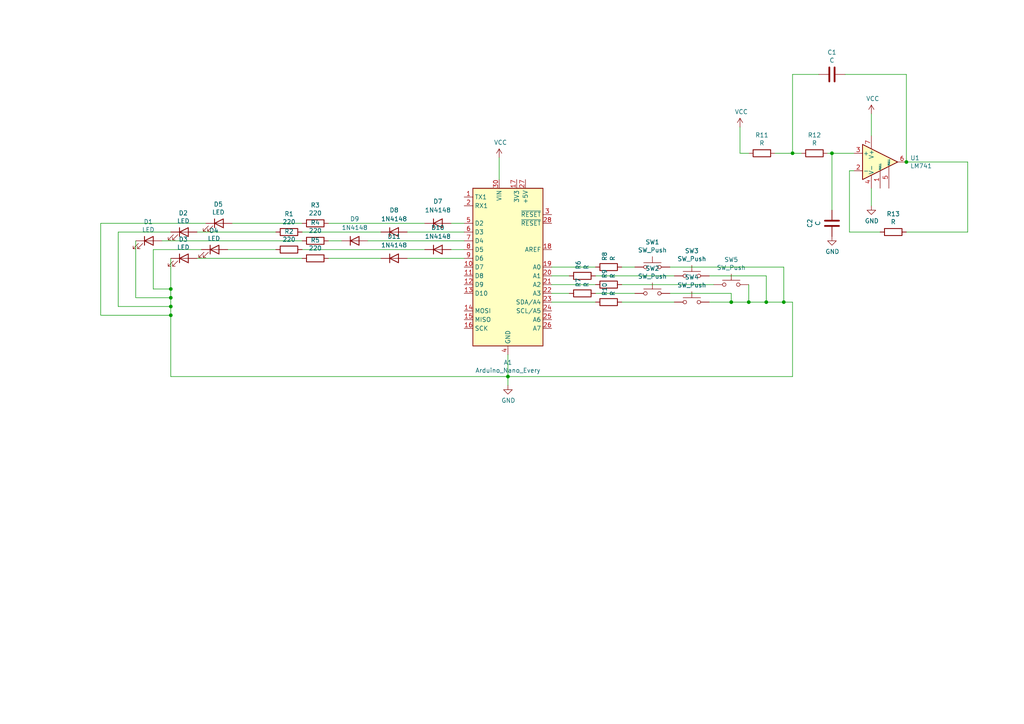
<source format=kicad_sch>
(kicad_sch (version 20230121) (generator eeschema)

  (uuid 4f2796b2-f435-4b7e-b23a-57bb4b5a8134)

  (paper "A4")

  (lib_symbols
    (symbol "Amplifier_Operational:LM741" (pin_names (offset 0.127)) (in_bom yes) (on_board yes)
      (property "Reference" "U" (at 0 6.35 0)
        (effects (font (size 1.27 1.27)) (justify left))
      )
      (property "Value" "LM741" (at 0 3.81 0)
        (effects (font (size 1.27 1.27)) (justify left))
      )
      (property "Footprint" "" (at 1.27 1.27 0)
        (effects (font (size 1.27 1.27)) hide)
      )
      (property "Datasheet" "http://www.ti.com/lit/ds/symlink/lm741.pdf" (at 3.81 3.81 0)
        (effects (font (size 1.27 1.27)) hide)
      )
      (property "ki_keywords" "single opamp" (at 0 0 0)
        (effects (font (size 1.27 1.27)) hide)
      )
      (property "ki_description" "Operational Amplifier, DIP-8/TO-99-8" (at 0 0 0)
        (effects (font (size 1.27 1.27)) hide)
      )
      (property "ki_fp_filters" "SOIC*3.9x4.9mm*P1.27mm* DIP*W7.62mm* TSSOP*3x3mm*P0.65mm*" (at 0 0 0)
        (effects (font (size 1.27 1.27)) hide)
      )
      (symbol "LM741_0_1"
        (polyline
          (pts
            (xy -5.08 5.08)
            (xy 5.08 0)
            (xy -5.08 -5.08)
            (xy -5.08 5.08)
          )
          (stroke (width 0.254) (type default))
          (fill (type background))
        )
      )
      (symbol "LM741_1_1"
        (pin input line (at 0 -7.62 90) (length 5.08)
          (name "NULL" (effects (font (size 0.508 0.508))))
          (number "1" (effects (font (size 1.27 1.27))))
        )
        (pin input line (at -7.62 -2.54 0) (length 2.54)
          (name "-" (effects (font (size 1.27 1.27))))
          (number "2" (effects (font (size 1.27 1.27))))
        )
        (pin input line (at -7.62 2.54 0) (length 2.54)
          (name "+" (effects (font (size 1.27 1.27))))
          (number "3" (effects (font (size 1.27 1.27))))
        )
        (pin power_in line (at -2.54 -7.62 90) (length 3.81)
          (name "V-" (effects (font (size 1.27 1.27))))
          (number "4" (effects (font (size 1.27 1.27))))
        )
        (pin input line (at 2.54 -7.62 90) (length 6.35)
          (name "NULL" (effects (font (size 0.508 0.508))))
          (number "5" (effects (font (size 1.27 1.27))))
        )
        (pin output line (at 7.62 0 180) (length 2.54)
          (name "~" (effects (font (size 1.27 1.27))))
          (number "6" (effects (font (size 1.27 1.27))))
        )
        (pin power_in line (at -2.54 7.62 270) (length 3.81)
          (name "V+" (effects (font (size 1.27 1.27))))
          (number "7" (effects (font (size 1.27 1.27))))
        )
        (pin no_connect line (at 0 2.54 270) (length 2.54) hide
          (name "NC" (effects (font (size 1.27 1.27))))
          (number "8" (effects (font (size 1.27 1.27))))
        )
      )
    )
    (symbol "Device:C" (pin_numbers hide) (pin_names (offset 0.254)) (in_bom yes) (on_board yes)
      (property "Reference" "C" (at 0.635 2.54 0)
        (effects (font (size 1.27 1.27)) (justify left))
      )
      (property "Value" "C" (at 0.635 -2.54 0)
        (effects (font (size 1.27 1.27)) (justify left))
      )
      (property "Footprint" "" (at 0.9652 -3.81 0)
        (effects (font (size 1.27 1.27)) hide)
      )
      (property "Datasheet" "~" (at 0 0 0)
        (effects (font (size 1.27 1.27)) hide)
      )
      (property "ki_keywords" "cap capacitor" (at 0 0 0)
        (effects (font (size 1.27 1.27)) hide)
      )
      (property "ki_description" "Unpolarized capacitor" (at 0 0 0)
        (effects (font (size 1.27 1.27)) hide)
      )
      (property "ki_fp_filters" "C_*" (at 0 0 0)
        (effects (font (size 1.27 1.27)) hide)
      )
      (symbol "C_0_1"
        (polyline
          (pts
            (xy -2.032 -0.762)
            (xy 2.032 -0.762)
          )
          (stroke (width 0.508) (type default))
          (fill (type none))
        )
        (polyline
          (pts
            (xy -2.032 0.762)
            (xy 2.032 0.762)
          )
          (stroke (width 0.508) (type default))
          (fill (type none))
        )
      )
      (symbol "C_1_1"
        (pin passive line (at 0 3.81 270) (length 2.794)
          (name "~" (effects (font (size 1.27 1.27))))
          (number "1" (effects (font (size 1.27 1.27))))
        )
        (pin passive line (at 0 -3.81 90) (length 2.794)
          (name "~" (effects (font (size 1.27 1.27))))
          (number "2" (effects (font (size 1.27 1.27))))
        )
      )
    )
    (symbol "Device:LED" (pin_numbers hide) (pin_names (offset 1.016) hide) (in_bom yes) (on_board yes)
      (property "Reference" "D" (at 0 2.54 0)
        (effects (font (size 1.27 1.27)))
      )
      (property "Value" "LED" (at 0 -2.54 0)
        (effects (font (size 1.27 1.27)))
      )
      (property "Footprint" "" (at 0 0 0)
        (effects (font (size 1.27 1.27)) hide)
      )
      (property "Datasheet" "~" (at 0 0 0)
        (effects (font (size 1.27 1.27)) hide)
      )
      (property "ki_keywords" "LED diode" (at 0 0 0)
        (effects (font (size 1.27 1.27)) hide)
      )
      (property "ki_description" "Light emitting diode" (at 0 0 0)
        (effects (font (size 1.27 1.27)) hide)
      )
      (property "ki_fp_filters" "LED* LED_SMD:* LED_THT:*" (at 0 0 0)
        (effects (font (size 1.27 1.27)) hide)
      )
      (symbol "LED_0_1"
        (polyline
          (pts
            (xy -1.27 -1.27)
            (xy -1.27 1.27)
          )
          (stroke (width 0.254) (type default))
          (fill (type none))
        )
        (polyline
          (pts
            (xy -1.27 0)
            (xy 1.27 0)
          )
          (stroke (width 0) (type default))
          (fill (type none))
        )
        (polyline
          (pts
            (xy 1.27 -1.27)
            (xy 1.27 1.27)
            (xy -1.27 0)
            (xy 1.27 -1.27)
          )
          (stroke (width 0.254) (type default))
          (fill (type none))
        )
        (polyline
          (pts
            (xy -3.048 -0.762)
            (xy -4.572 -2.286)
            (xy -3.81 -2.286)
            (xy -4.572 -2.286)
            (xy -4.572 -1.524)
          )
          (stroke (width 0) (type default))
          (fill (type none))
        )
        (polyline
          (pts
            (xy -1.778 -0.762)
            (xy -3.302 -2.286)
            (xy -2.54 -2.286)
            (xy -3.302 -2.286)
            (xy -3.302 -1.524)
          )
          (stroke (width 0) (type default))
          (fill (type none))
        )
      )
      (symbol "LED_1_1"
        (pin passive line (at -3.81 0 0) (length 2.54)
          (name "K" (effects (font (size 1.27 1.27))))
          (number "1" (effects (font (size 1.27 1.27))))
        )
        (pin passive line (at 3.81 0 180) (length 2.54)
          (name "A" (effects (font (size 1.27 1.27))))
          (number "2" (effects (font (size 1.27 1.27))))
        )
      )
    )
    (symbol "Device:R" (pin_numbers hide) (pin_names (offset 0)) (in_bom yes) (on_board yes)
      (property "Reference" "R" (at 2.032 0 90)
        (effects (font (size 1.27 1.27)))
      )
      (property "Value" "R" (at 0 0 90)
        (effects (font (size 1.27 1.27)))
      )
      (property "Footprint" "" (at -1.778 0 90)
        (effects (font (size 1.27 1.27)) hide)
      )
      (property "Datasheet" "~" (at 0 0 0)
        (effects (font (size 1.27 1.27)) hide)
      )
      (property "ki_keywords" "R res resistor" (at 0 0 0)
        (effects (font (size 1.27 1.27)) hide)
      )
      (property "ki_description" "Resistor" (at 0 0 0)
        (effects (font (size 1.27 1.27)) hide)
      )
      (property "ki_fp_filters" "R_*" (at 0 0 0)
        (effects (font (size 1.27 1.27)) hide)
      )
      (symbol "R_0_1"
        (rectangle (start -1.016 -2.54) (end 1.016 2.54)
          (stroke (width 0.254) (type default))
          (fill (type none))
        )
      )
      (symbol "R_1_1"
        (pin passive line (at 0 3.81 270) (length 1.27)
          (name "~" (effects (font (size 1.27 1.27))))
          (number "1" (effects (font (size 1.27 1.27))))
        )
        (pin passive line (at 0 -3.81 90) (length 1.27)
          (name "~" (effects (font (size 1.27 1.27))))
          (number "2" (effects (font (size 1.27 1.27))))
        )
      )
    )
    (symbol "Diode:1N4148" (pin_numbers hide) (pin_names hide) (in_bom yes) (on_board yes)
      (property "Reference" "D" (at 0 2.54 0)
        (effects (font (size 1.27 1.27)))
      )
      (property "Value" "1N4148" (at 0 -2.54 0)
        (effects (font (size 1.27 1.27)))
      )
      (property "Footprint" "Diode_THT:D_DO-35_SOD27_P7.62mm_Horizontal" (at 0 0 0)
        (effects (font (size 1.27 1.27)) hide)
      )
      (property "Datasheet" "https://assets.nexperia.com/documents/data-sheet/1N4148_1N4448.pdf" (at 0 0 0)
        (effects (font (size 1.27 1.27)) hide)
      )
      (property "Sim.Device" "D" (at 0 0 0)
        (effects (font (size 1.27 1.27)) hide)
      )
      (property "Sim.Pins" "1=K 2=A" (at 0 0 0)
        (effects (font (size 1.27 1.27)) hide)
      )
      (property "ki_keywords" "diode" (at 0 0 0)
        (effects (font (size 1.27 1.27)) hide)
      )
      (property "ki_description" "100V 0.15A standard switching diode, DO-35" (at 0 0 0)
        (effects (font (size 1.27 1.27)) hide)
      )
      (property "ki_fp_filters" "D*DO?35*" (at 0 0 0)
        (effects (font (size 1.27 1.27)) hide)
      )
      (symbol "1N4148_0_1"
        (polyline
          (pts
            (xy -1.27 1.27)
            (xy -1.27 -1.27)
          )
          (stroke (width 0.254) (type default))
          (fill (type none))
        )
        (polyline
          (pts
            (xy 1.27 0)
            (xy -1.27 0)
          )
          (stroke (width 0) (type default))
          (fill (type none))
        )
        (polyline
          (pts
            (xy 1.27 1.27)
            (xy 1.27 -1.27)
            (xy -1.27 0)
            (xy 1.27 1.27)
          )
          (stroke (width 0.254) (type default))
          (fill (type none))
        )
      )
      (symbol "1N4148_1_1"
        (pin passive line (at -3.81 0 0) (length 2.54)
          (name "K" (effects (font (size 1.27 1.27))))
          (number "1" (effects (font (size 1.27 1.27))))
        )
        (pin passive line (at 3.81 0 180) (length 2.54)
          (name "A" (effects (font (size 1.27 1.27))))
          (number "2" (effects (font (size 1.27 1.27))))
        )
      )
    )
    (symbol "MCU_Module:Arduino_Nano_Every" (in_bom yes) (on_board yes)
      (property "Reference" "A" (at -10.16 23.495 0)
        (effects (font (size 1.27 1.27)) (justify left bottom))
      )
      (property "Value" "Arduino_Nano_Every" (at 5.08 -24.13 0)
        (effects (font (size 1.27 1.27)) (justify left top))
      )
      (property "Footprint" "Module:Arduino_Nano" (at 0 0 0)
        (effects (font (size 1.27 1.27) italic) hide)
      )
      (property "Datasheet" "https://content.arduino.cc/assets/NANOEveryV3.0_sch.pdf" (at 0 0 0)
        (effects (font (size 1.27 1.27)) hide)
      )
      (property "ki_keywords" "Arduino nano microcontroller module USB UPDI AATMega4809 AVR" (at 0 0 0)
        (effects (font (size 1.27 1.27)) hide)
      )
      (property "ki_description" "Arduino Nano Every" (at 0 0 0)
        (effects (font (size 1.27 1.27)) hide)
      )
      (property "ki_fp_filters" "Arduino*Nano*" (at 0 0 0)
        (effects (font (size 1.27 1.27)) hide)
      )
      (symbol "Arduino_Nano_Every_0_1"
        (rectangle (start -10.16 22.86) (end 10.16 -22.86)
          (stroke (width 0.254) (type default))
          (fill (type background))
        )
      )
      (symbol "Arduino_Nano_Every_1_1"
        (pin bidirectional line (at -12.7 20.32 0) (length 2.54)
          (name "TX1" (effects (font (size 1.27 1.27))))
          (number "1" (effects (font (size 1.27 1.27))))
        )
        (pin bidirectional line (at -12.7 0 0) (length 2.54)
          (name "D7" (effects (font (size 1.27 1.27))))
          (number "10" (effects (font (size 1.27 1.27))))
        )
        (pin bidirectional line (at -12.7 -2.54 0) (length 2.54)
          (name "D8" (effects (font (size 1.27 1.27))))
          (number "11" (effects (font (size 1.27 1.27))))
        )
        (pin bidirectional line (at -12.7 -5.08 0) (length 2.54)
          (name "D9" (effects (font (size 1.27 1.27))))
          (number "12" (effects (font (size 1.27 1.27))))
        )
        (pin bidirectional line (at -12.7 -7.62 0) (length 2.54)
          (name "D10" (effects (font (size 1.27 1.27))))
          (number "13" (effects (font (size 1.27 1.27))))
        )
        (pin bidirectional line (at -12.7 -12.7 0) (length 2.54)
          (name "MOSI" (effects (font (size 1.27 1.27))))
          (number "14" (effects (font (size 1.27 1.27))))
        )
        (pin bidirectional line (at -12.7 -15.24 0) (length 2.54)
          (name "MISO" (effects (font (size 1.27 1.27))))
          (number "15" (effects (font (size 1.27 1.27))))
        )
        (pin bidirectional line (at -12.7 -17.78 0) (length 2.54)
          (name "SCK" (effects (font (size 1.27 1.27))))
          (number "16" (effects (font (size 1.27 1.27))))
        )
        (pin power_out line (at 2.54 25.4 270) (length 2.54)
          (name "3V3" (effects (font (size 1.27 1.27))))
          (number "17" (effects (font (size 1.27 1.27))))
        )
        (pin input line (at 12.7 5.08 180) (length 2.54)
          (name "AREF" (effects (font (size 1.27 1.27))))
          (number "18" (effects (font (size 1.27 1.27))))
        )
        (pin bidirectional line (at 12.7 0 180) (length 2.54)
          (name "A0" (effects (font (size 1.27 1.27))))
          (number "19" (effects (font (size 1.27 1.27))))
        )
        (pin bidirectional line (at -12.7 17.78 0) (length 2.54)
          (name "RX1" (effects (font (size 1.27 1.27))))
          (number "2" (effects (font (size 1.27 1.27))))
        )
        (pin bidirectional line (at 12.7 -2.54 180) (length 2.54)
          (name "A1" (effects (font (size 1.27 1.27))))
          (number "20" (effects (font (size 1.27 1.27))))
        )
        (pin bidirectional line (at 12.7 -5.08 180) (length 2.54)
          (name "A2" (effects (font (size 1.27 1.27))))
          (number "21" (effects (font (size 1.27 1.27))))
        )
        (pin bidirectional line (at 12.7 -7.62 180) (length 2.54)
          (name "A3" (effects (font (size 1.27 1.27))))
          (number "22" (effects (font (size 1.27 1.27))))
        )
        (pin bidirectional line (at 12.7 -10.16 180) (length 2.54)
          (name "SDA/A4" (effects (font (size 1.27 1.27))))
          (number "23" (effects (font (size 1.27 1.27))))
        )
        (pin bidirectional line (at 12.7 -12.7 180) (length 2.54)
          (name "SCL/A5" (effects (font (size 1.27 1.27))))
          (number "24" (effects (font (size 1.27 1.27))))
        )
        (pin bidirectional line (at 12.7 -15.24 180) (length 2.54)
          (name "A6" (effects (font (size 1.27 1.27))))
          (number "25" (effects (font (size 1.27 1.27))))
        )
        (pin bidirectional line (at 12.7 -17.78 180) (length 2.54)
          (name "A7" (effects (font (size 1.27 1.27))))
          (number "26" (effects (font (size 1.27 1.27))))
        )
        (pin power_out line (at 5.08 25.4 270) (length 2.54)
          (name "+5V" (effects (font (size 1.27 1.27))))
          (number "27" (effects (font (size 1.27 1.27))))
        )
        (pin input line (at 12.7 12.7 180) (length 2.54)
          (name "~{RESET}" (effects (font (size 1.27 1.27))))
          (number "28" (effects (font (size 1.27 1.27))))
        )
        (pin passive line (at 0 -25.4 90) (length 2.54) hide
          (name "GND" (effects (font (size 1.27 1.27))))
          (number "29" (effects (font (size 1.27 1.27))))
        )
        (pin input line (at 12.7 15.24 180) (length 2.54)
          (name "~{RESET}" (effects (font (size 1.27 1.27))))
          (number "3" (effects (font (size 1.27 1.27))))
        )
        (pin power_in line (at -2.54 25.4 270) (length 2.54)
          (name "VIN" (effects (font (size 1.27 1.27))))
          (number "30" (effects (font (size 1.27 1.27))))
        )
        (pin power_in line (at 0 -25.4 90) (length 2.54)
          (name "GND" (effects (font (size 1.27 1.27))))
          (number "4" (effects (font (size 1.27 1.27))))
        )
        (pin bidirectional line (at -12.7 12.7 0) (length 2.54)
          (name "D2" (effects (font (size 1.27 1.27))))
          (number "5" (effects (font (size 1.27 1.27))))
        )
        (pin bidirectional line (at -12.7 10.16 0) (length 2.54)
          (name "D3" (effects (font (size 1.27 1.27))))
          (number "6" (effects (font (size 1.27 1.27))))
        )
        (pin bidirectional line (at -12.7 7.62 0) (length 2.54)
          (name "D4" (effects (font (size 1.27 1.27))))
          (number "7" (effects (font (size 1.27 1.27))))
        )
        (pin bidirectional line (at -12.7 5.08 0) (length 2.54)
          (name "D5" (effects (font (size 1.27 1.27))))
          (number "8" (effects (font (size 1.27 1.27))))
        )
        (pin bidirectional line (at -12.7 2.54 0) (length 2.54)
          (name "D6" (effects (font (size 1.27 1.27))))
          (number "9" (effects (font (size 1.27 1.27))))
        )
      )
    )
    (symbol "Switch:SW_Push" (pin_numbers hide) (pin_names (offset 1.016) hide) (in_bom yes) (on_board yes)
      (property "Reference" "SW" (at 1.27 2.54 0)
        (effects (font (size 1.27 1.27)) (justify left))
      )
      (property "Value" "SW_Push" (at 0 -1.524 0)
        (effects (font (size 1.27 1.27)))
      )
      (property "Footprint" "" (at 0 5.08 0)
        (effects (font (size 1.27 1.27)) hide)
      )
      (property "Datasheet" "~" (at 0 5.08 0)
        (effects (font (size 1.27 1.27)) hide)
      )
      (property "ki_keywords" "switch normally-open pushbutton push-button" (at 0 0 0)
        (effects (font (size 1.27 1.27)) hide)
      )
      (property "ki_description" "Push button switch, generic, two pins" (at 0 0 0)
        (effects (font (size 1.27 1.27)) hide)
      )
      (symbol "SW_Push_0_1"
        (circle (center -2.032 0) (radius 0.508)
          (stroke (width 0) (type default))
          (fill (type none))
        )
        (polyline
          (pts
            (xy 0 1.27)
            (xy 0 3.048)
          )
          (stroke (width 0) (type default))
          (fill (type none))
        )
        (polyline
          (pts
            (xy 2.54 1.27)
            (xy -2.54 1.27)
          )
          (stroke (width 0) (type default))
          (fill (type none))
        )
        (circle (center 2.032 0) (radius 0.508)
          (stroke (width 0) (type default))
          (fill (type none))
        )
        (pin passive line (at -5.08 0 0) (length 2.54)
          (name "1" (effects (font (size 1.27 1.27))))
          (number "1" (effects (font (size 1.27 1.27))))
        )
        (pin passive line (at 5.08 0 180) (length 2.54)
          (name "2" (effects (font (size 1.27 1.27))))
          (number "2" (effects (font (size 1.27 1.27))))
        )
      )
    )
    (symbol "power:GND" (power) (pin_names (offset 0)) (in_bom yes) (on_board yes)
      (property "Reference" "#PWR" (at 0 -6.35 0)
        (effects (font (size 1.27 1.27)) hide)
      )
      (property "Value" "GND" (at 0 -3.81 0)
        (effects (font (size 1.27 1.27)))
      )
      (property "Footprint" "" (at 0 0 0)
        (effects (font (size 1.27 1.27)) hide)
      )
      (property "Datasheet" "" (at 0 0 0)
        (effects (font (size 1.27 1.27)) hide)
      )
      (property "ki_keywords" "global power" (at 0 0 0)
        (effects (font (size 1.27 1.27)) hide)
      )
      (property "ki_description" "Power symbol creates a global label with name \"GND\" , ground" (at 0 0 0)
        (effects (font (size 1.27 1.27)) hide)
      )
      (symbol "GND_0_1"
        (polyline
          (pts
            (xy 0 0)
            (xy 0 -1.27)
            (xy 1.27 -1.27)
            (xy 0 -2.54)
            (xy -1.27 -1.27)
            (xy 0 -1.27)
          )
          (stroke (width 0) (type default))
          (fill (type none))
        )
      )
      (symbol "GND_1_1"
        (pin power_in line (at 0 0 270) (length 0) hide
          (name "GND" (effects (font (size 1.27 1.27))))
          (number "1" (effects (font (size 1.27 1.27))))
        )
      )
    )
    (symbol "power:VCC" (power) (pin_names (offset 0)) (in_bom yes) (on_board yes)
      (property "Reference" "#PWR" (at 0 -3.81 0)
        (effects (font (size 1.27 1.27)) hide)
      )
      (property "Value" "VCC" (at 0 3.81 0)
        (effects (font (size 1.27 1.27)))
      )
      (property "Footprint" "" (at 0 0 0)
        (effects (font (size 1.27 1.27)) hide)
      )
      (property "Datasheet" "" (at 0 0 0)
        (effects (font (size 1.27 1.27)) hide)
      )
      (property "ki_keywords" "global power" (at 0 0 0)
        (effects (font (size 1.27 1.27)) hide)
      )
      (property "ki_description" "Power symbol creates a global label with name \"VCC\"" (at 0 0 0)
        (effects (font (size 1.27 1.27)) hide)
      )
      (symbol "VCC_0_1"
        (polyline
          (pts
            (xy -0.762 1.27)
            (xy 0 2.54)
          )
          (stroke (width 0) (type default))
          (fill (type none))
        )
        (polyline
          (pts
            (xy 0 0)
            (xy 0 2.54)
          )
          (stroke (width 0) (type default))
          (fill (type none))
        )
        (polyline
          (pts
            (xy 0 2.54)
            (xy 0.762 1.27)
          )
          (stroke (width 0) (type default))
          (fill (type none))
        )
      )
      (symbol "VCC_1_1"
        (pin power_in line (at 0 0 90) (length 0) hide
          (name "VCC" (effects (font (size 1.27 1.27))))
          (number "1" (effects (font (size 1.27 1.27))))
        )
      )
    )
  )

  (junction (at 212.09 87.63) (diameter 0) (color 0 0 0 0)
    (uuid 012395d9-e5a3-4bc6-a1f6-f41a982fa29e)
  )
  (junction (at 217.17 87.63) (diameter 0) (color 0 0 0 0)
    (uuid 24e3df96-0f92-4875-9539-721c237e3041)
  )
  (junction (at 49.53 88.9) (diameter 0) (color 0 0 0 0)
    (uuid 283d548c-6e17-4e78-8fd1-ce148dbaf251)
  )
  (junction (at 229.87 44.45) (diameter 0) (color 0 0 0 0)
    (uuid 575bcf24-0d5f-43d8-90ee-95064efce368)
  )
  (junction (at 49.53 91.44) (diameter 0) (color 0 0 0 0)
    (uuid 5a5a9718-abcc-4d72-8a37-11047b9ed037)
  )
  (junction (at 222.25 87.63) (diameter 0) (color 0 0 0 0)
    (uuid 60ba895d-ef64-4326-b6a0-58d0b74e9c53)
  )
  (junction (at 49.53 83.82) (diameter 0) (color 0 0 0 0)
    (uuid 6c298071-77c3-4020-81af-dc2c5dabeb22)
  )
  (junction (at 262.89 46.99) (diameter 0) (color 0 0 0 0)
    (uuid 89e7a14e-ec81-423e-b9ad-968962507f3a)
  )
  (junction (at 241.3 44.45) (diameter 0) (color 0 0 0 0)
    (uuid 9d2f4a52-ca69-4633-a75e-d571da169fe6)
  )
  (junction (at 147.32 109.22) (diameter 0) (color 0 0 0 0)
    (uuid be872390-8800-42dd-9581-a388ee49aeeb)
  )
  (junction (at 227.33 87.63) (diameter 0) (color 0 0 0 0)
    (uuid da5e2a09-30d2-4fe1-b8a5-b2861532190e)
  )
  (junction (at 49.53 86.36) (diameter 0) (color 0 0 0 0)
    (uuid f637a8df-4fea-427d-85e1-dd80c02fc6a1)
  )

  (wire (pts (xy 227.33 87.63) (xy 229.87 87.63))
    (stroke (width 0) (type default))
    (uuid 03a4b35c-7b0f-46d5-aa4d-8354838430a7)
  )
  (wire (pts (xy 29.21 91.44) (xy 49.53 91.44))
    (stroke (width 0) (type default))
    (uuid 06db51f3-5549-41ad-baba-97396be4f1fb)
  )
  (wire (pts (xy 246.38 49.53) (xy 246.38 67.31))
    (stroke (width 0) (type default))
    (uuid 0c06b841-d5f3-48cf-8bee-b0147f0c2c12)
  )
  (wire (pts (xy 49.53 83.82) (xy 49.53 86.36))
    (stroke (width 0) (type default))
    (uuid 122f92ef-7b70-46de-8676-5d609620583f)
  )
  (wire (pts (xy 57.15 67.31) (xy 80.01 67.31))
    (stroke (width 0) (type default))
    (uuid 12bcfa27-3b72-4669-9321-388cdded9ac1)
  )
  (wire (pts (xy 49.53 88.9) (xy 49.53 91.44))
    (stroke (width 0) (type default))
    (uuid 178398a8-c19c-4e4c-a503-6475f8263ce6)
  )
  (wire (pts (xy 34.29 88.9) (xy 49.53 88.9))
    (stroke (width 0) (type default))
    (uuid 17983f5d-4c8e-4798-a9d8-1b553f62c661)
  )
  (wire (pts (xy 29.21 64.77) (xy 29.21 91.44))
    (stroke (width 0) (type default))
    (uuid 19a80661-638e-4481-b91b-dad825874fa7)
  )
  (wire (pts (xy 49.53 91.44) (xy 49.53 109.22))
    (stroke (width 0) (type default))
    (uuid 1f2b7bb0-ee4a-4dc1-aaad-f545a12d6c32)
  )
  (wire (pts (xy 39.37 86.36) (xy 49.53 86.36))
    (stroke (width 0) (type default))
    (uuid 28645702-a124-4e7f-84cf-c633ea4f4797)
  )
  (wire (pts (xy 217.17 82.55) (xy 217.17 87.63))
    (stroke (width 0) (type default))
    (uuid 2f496d19-967a-4e93-8179-d852243ad481)
  )
  (wire (pts (xy 87.63 72.39) (xy 123.19 72.39))
    (stroke (width 0) (type default))
    (uuid 3370a902-c70e-4c4c-89a8-c1f2084fa366)
  )
  (wire (pts (xy 49.53 74.93) (xy 49.53 83.82))
    (stroke (width 0) (type default))
    (uuid 3a7f2cee-f2d5-4488-977b-ae8275110887)
  )
  (wire (pts (xy 262.89 21.59) (xy 262.89 46.99))
    (stroke (width 0) (type default))
    (uuid 3b7348d3-10c7-46b9-9208-94947b44b291)
  )
  (wire (pts (xy 34.29 67.31) (xy 34.29 88.9))
    (stroke (width 0) (type default))
    (uuid 4977a128-6ed4-4318-8e34-d4c1d640c94f)
  )
  (wire (pts (xy 106.68 69.85) (xy 134.62 69.85))
    (stroke (width 0) (type default))
    (uuid 49864979-99ee-400e-8922-95b61bbda6c4)
  )
  (wire (pts (xy 184.15 85.09) (xy 172.72 85.09))
    (stroke (width 0) (type default))
    (uuid 4e32c944-fd2b-4db7-a458-660c5690fa9e)
  )
  (wire (pts (xy 212.09 87.63) (xy 217.17 87.63))
    (stroke (width 0) (type default))
    (uuid 4f5fe770-458b-458d-9154-23b905c5f1e1)
  )
  (wire (pts (xy 46.99 69.85) (xy 87.63 69.85))
    (stroke (width 0) (type default))
    (uuid 4f668dac-bb3d-45f9-8bd0-d7b6e3403de7)
  )
  (wire (pts (xy 237.49 21.59) (xy 229.87 21.59))
    (stroke (width 0) (type default))
    (uuid 5037d943-e50a-4e57-b7cd-bc2f47ddc9d5)
  )
  (wire (pts (xy 87.63 64.77) (xy 67.31 64.77))
    (stroke (width 0) (type default))
    (uuid 53222240-4792-4c0f-aa06-18a9dcf0b0bd)
  )
  (wire (pts (xy 241.3 60.96) (xy 241.3 44.45))
    (stroke (width 0) (type default))
    (uuid 5339b0c7-4365-4807-a599-7ed3840e6ad7)
  )
  (wire (pts (xy 212.09 85.09) (xy 212.09 87.63))
    (stroke (width 0) (type default))
    (uuid 54e0a2ae-7c3b-431c-9444-3a652a8ab751)
  )
  (wire (pts (xy 180.34 77.47) (xy 184.15 77.47))
    (stroke (width 0) (type default))
    (uuid 55d22bec-2225-4674-bee0-de3ad0138979)
  )
  (wire (pts (xy 217.17 44.45) (xy 214.63 44.45))
    (stroke (width 0) (type default))
    (uuid 5728ff17-def8-4ea3-91b8-26e107a72e13)
  )
  (wire (pts (xy 144.78 52.07) (xy 144.78 45.72))
    (stroke (width 0) (type default))
    (uuid 57402f64-b351-4c16-94e1-5f5586427988)
  )
  (wire (pts (xy 147.32 109.22) (xy 147.32 102.87))
    (stroke (width 0) (type default))
    (uuid 578c01ca-ac6b-4f57-b684-9d61c7393e93)
  )
  (wire (pts (xy 252.73 54.61) (xy 252.73 59.69))
    (stroke (width 0) (type default))
    (uuid 5b0ab482-7f0f-4b93-9874-a994a103140a)
  )
  (wire (pts (xy 205.74 80.01) (xy 222.25 80.01))
    (stroke (width 0) (type default))
    (uuid 5b762ed2-7b76-41ad-a556-6888fea8dbac)
  )
  (wire (pts (xy 229.87 44.45) (xy 232.41 44.45))
    (stroke (width 0) (type default))
    (uuid 5bf357af-9b37-4b4c-ab01-eb208d060c3a)
  )
  (wire (pts (xy 160.02 87.63) (xy 172.72 87.63))
    (stroke (width 0) (type default))
    (uuid 5c68b01f-3e5e-4f19-8792-fc3369c689f3)
  )
  (wire (pts (xy 227.33 77.47) (xy 227.33 87.63))
    (stroke (width 0) (type default))
    (uuid 5c695039-b56d-40c5-b285-792de67ec892)
  )
  (wire (pts (xy 229.87 109.22) (xy 147.32 109.22))
    (stroke (width 0) (type default))
    (uuid 6041beca-9f21-4312-a415-19932f277fd9)
  )
  (wire (pts (xy 222.25 87.63) (xy 227.33 87.63))
    (stroke (width 0) (type default))
    (uuid 671f1770-d10a-436f-b514-9a335c0c663c)
  )
  (wire (pts (xy 252.73 39.37) (xy 252.73 33.02))
    (stroke (width 0) (type default))
    (uuid 69930792-5157-431b-b36e-f9df3fbafae9)
  )
  (wire (pts (xy 49.53 86.36) (xy 49.53 88.9))
    (stroke (width 0) (type default))
    (uuid 6ccb92e4-1fb5-46e0-8821-6c196c6b8713)
  )
  (wire (pts (xy 44.45 72.39) (xy 58.42 72.39))
    (stroke (width 0) (type default))
    (uuid 6ea59d4c-191c-4a9e-ae5d-265debb4d5db)
  )
  (wire (pts (xy 57.15 74.93) (xy 87.63 74.93))
    (stroke (width 0) (type default))
    (uuid 710e02a1-a6c3-4afa-81c8-cf4c6ca50c26)
  )
  (wire (pts (xy 217.17 87.63) (xy 222.25 87.63))
    (stroke (width 0) (type default))
    (uuid 782a98b8-506e-42de-846f-ebdaafd70b6d)
  )
  (wire (pts (xy 180.34 87.63) (xy 195.58 87.63))
    (stroke (width 0) (type default))
    (uuid 7a60135c-d637-47d4-b272-9888732e695b)
  )
  (wire (pts (xy 95.25 64.77) (xy 123.19 64.77))
    (stroke (width 0) (type default))
    (uuid 7ee170d1-533d-4e65-b2d7-62db50f649a4)
  )
  (wire (pts (xy 229.87 87.63) (xy 229.87 109.22))
    (stroke (width 0) (type default))
    (uuid 7f5383d4-f98d-4f08-8e9c-8a8223e2a1d6)
  )
  (wire (pts (xy 44.45 83.82) (xy 49.53 83.82))
    (stroke (width 0) (type default))
    (uuid 81a33c6b-e8c8-4bb0-b74b-f80837db1821)
  )
  (wire (pts (xy 280.67 67.31) (xy 280.67 46.99))
    (stroke (width 0) (type default))
    (uuid 831b1df1-bf1f-43e6-91aa-bd8833cdfe06)
  )
  (wire (pts (xy 224.79 44.45) (xy 229.87 44.45))
    (stroke (width 0) (type default))
    (uuid 839464ae-0c7b-4643-9e77-02ec8a40b6dc)
  )
  (wire (pts (xy 118.11 67.31) (xy 134.62 67.31))
    (stroke (width 0) (type default))
    (uuid 87150e17-390a-478d-9027-0d269f24096c)
  )
  (wire (pts (xy 80.01 72.39) (xy 66.04 72.39))
    (stroke (width 0) (type default))
    (uuid 8908e142-c91d-4a41-b773-b457a1c85714)
  )
  (wire (pts (xy 195.58 80.01) (xy 172.72 80.01))
    (stroke (width 0) (type default))
    (uuid 9273130e-db1b-4939-b605-8450542e7b87)
  )
  (wire (pts (xy 245.11 21.59) (xy 262.89 21.59))
    (stroke (width 0) (type default))
    (uuid 98d07c89-992f-41fc-897a-48181bd9249c)
  )
  (wire (pts (xy 280.67 46.99) (xy 262.89 46.99))
    (stroke (width 0) (type default))
    (uuid 9b88a54b-3b3d-42c9-9b87-76c2968745e4)
  )
  (wire (pts (xy 118.11 74.93) (xy 134.62 74.93))
    (stroke (width 0) (type default))
    (uuid 9eb9441c-efe2-49f0-8dee-12ff63468c1e)
  )
  (wire (pts (xy 241.3 44.45) (xy 247.65 44.45))
    (stroke (width 0) (type default))
    (uuid a1d7034f-57e4-4d79-91cf-3eac81e8d95d)
  )
  (wire (pts (xy 99.06 69.85) (xy 95.25 69.85))
    (stroke (width 0) (type default))
    (uuid a2fb4411-6d3b-45f5-800b-a1a893204e9f)
  )
  (wire (pts (xy 222.25 80.01) (xy 222.25 87.63))
    (stroke (width 0) (type default))
    (uuid abadcb84-1cbf-4ae6-bc94-db7c7314124e)
  )
  (wire (pts (xy 165.1 80.01) (xy 160.02 80.01))
    (stroke (width 0) (type default))
    (uuid b120e2b5-2aaa-4135-aa49-05bbe8e1d910)
  )
  (wire (pts (xy 130.81 72.39) (xy 134.62 72.39))
    (stroke (width 0) (type default))
    (uuid b1741cb0-8660-415b-8071-94ecb6018a27)
  )
  (wire (pts (xy 214.63 44.45) (xy 214.63 36.83))
    (stroke (width 0) (type default))
    (uuid b76c21ac-16db-4740-a81e-daa62977fe08)
  )
  (wire (pts (xy 44.45 72.39) (xy 44.45 83.82))
    (stroke (width 0) (type default))
    (uuid b8df6eb5-c95e-4af5-9d7f-b8e13275f65a)
  )
  (wire (pts (xy 95.25 74.93) (xy 110.49 74.93))
    (stroke (width 0) (type default))
    (uuid b8e30c7d-d1ac-473c-85e6-af09c4dd656a)
  )
  (wire (pts (xy 262.89 67.31) (xy 280.67 67.31))
    (stroke (width 0) (type default))
    (uuid bac80566-0e79-4493-9eae-7b5853d90555)
  )
  (wire (pts (xy 180.34 82.55) (xy 207.01 82.55))
    (stroke (width 0) (type default))
    (uuid bc7e9aa2-3119-4d8f-a025-c86d0d60f6d3)
  )
  (wire (pts (xy 172.72 77.47) (xy 160.02 77.47))
    (stroke (width 0) (type default))
    (uuid c06786c5-8cb5-4874-b26d-4c10ffc2f278)
  )
  (wire (pts (xy 110.49 67.31) (xy 87.63 67.31))
    (stroke (width 0) (type default))
    (uuid ca006b1d-7225-4f0c-bf99-c84ca3352423)
  )
  (wire (pts (xy 246.38 67.31) (xy 255.27 67.31))
    (stroke (width 0) (type default))
    (uuid d2536578-bd6b-4505-8940-08686f3d80cd)
  )
  (wire (pts (xy 229.87 21.59) (xy 229.87 44.45))
    (stroke (width 0) (type default))
    (uuid d2ebae8e-1bd0-415c-9c5d-3df1e1811091)
  )
  (wire (pts (xy 172.72 82.55) (xy 160.02 82.55))
    (stroke (width 0) (type default))
    (uuid d51392ec-2764-49c2-91ea-1b3c571726e4)
  )
  (wire (pts (xy 194.31 77.47) (xy 227.33 77.47))
    (stroke (width 0) (type default))
    (uuid d5c81d2f-7a35-46d8-9553-f53d2a387246)
  )
  (wire (pts (xy 247.65 49.53) (xy 246.38 49.53))
    (stroke (width 0) (type default))
    (uuid d8a2c516-fa87-4d5a-8c1f-4b585eedbcc2)
  )
  (wire (pts (xy 39.37 69.85) (xy 39.37 86.36))
    (stroke (width 0) (type default))
    (uuid d99551ef-5b56-4b79-b937-300201660802)
  )
  (wire (pts (xy 165.1 85.09) (xy 160.02 85.09))
    (stroke (width 0) (type default))
    (uuid d9cb5e77-4a43-4fe6-bebb-a0838a829d60)
  )
  (wire (pts (xy 240.03 44.45) (xy 241.3 44.45))
    (stroke (width 0) (type default))
    (uuid dd5149ad-1326-4c3a-ade5-851c469734f9)
  )
  (wire (pts (xy 205.74 87.63) (xy 212.09 87.63))
    (stroke (width 0) (type default))
    (uuid eba9e85d-f54f-4f71-9710-8bd950e5fb33)
  )
  (wire (pts (xy 147.32 109.22) (xy 147.32 111.76))
    (stroke (width 0) (type default))
    (uuid efb62d2f-a2e4-4c78-8904-fdc40a3cf772)
  )
  (wire (pts (xy 49.53 67.31) (xy 34.29 67.31))
    (stroke (width 0) (type default))
    (uuid f1e00dfa-a83e-413c-baa6-13b6bf6eca32)
  )
  (wire (pts (xy 59.69 64.77) (xy 29.21 64.77))
    (stroke (width 0) (type default))
    (uuid f27a70f9-32d5-40c1-b7e8-ab8ad2965eba)
  )
  (wire (pts (xy 130.81 64.77) (xy 134.62 64.77))
    (stroke (width 0) (type default))
    (uuid f2c28362-5307-4e65-82ed-d17e9e75b24b)
  )
  (wire (pts (xy 194.31 85.09) (xy 212.09 85.09))
    (stroke (width 0) (type default))
    (uuid f3c1cac4-331f-4f4a-aa38-fcff07d755ba)
  )
  (wire (pts (xy 49.53 109.22) (xy 147.32 109.22))
    (stroke (width 0) (type default))
    (uuid f792cb7c-b38e-4a96-9e84-5641a0f0e64d)
  )

  (symbol (lib_id "MCU_Module:Arduino_Nano_Every") (at 147.32 77.47 0) (unit 1)
    (in_bom yes) (on_board yes) (dnp no)
    (uuid 00000000-0000-0000-0000-00006472795a)
    (property "Reference" "A1" (at 147.32 105.1306 0)
      (effects (font (size 1.27 1.27)))
    )
    (property "Value" "Arduino_Nano_Every" (at 147.32 107.442 0)
      (effects (font (size 1.27 1.27)))
    )
    (property "Footprint" "Module:Arduino_Nano_WithMountingHoles" (at 147.32 77.47 0)
      (effects (font (size 1.27 1.27) italic) hide)
    )
    (property "Datasheet" "https://content.arduino.cc/assets/NANOEveryV3.0_sch.pdf" (at 147.32 77.47 0)
      (effects (font (size 1.27 1.27)) hide)
    )
    (pin "1" (uuid 1b3a2554-ef8f-4c94-a970-5c1d82ab66eb))
    (pin "10" (uuid 5cf792e5-0b64-477f-b77d-aef59d4ea9e7))
    (pin "11" (uuid 7451a002-26a3-4b07-ac75-3039fce7c3e7))
    (pin "12" (uuid dab1d238-ebde-4ed2-a873-6f1e587e96e1))
    (pin "13" (uuid 0e25779a-75bb-473b-bd6e-8ee597e3efe6))
    (pin "14" (uuid 4f818b7c-2f65-43dc-8827-20b1b531aae6))
    (pin "15" (uuid 588357a4-e33d-4f7d-9bc3-50e2a02d6905))
    (pin "16" (uuid 75253fe8-5e11-4ec8-9332-282b7ae3e29d))
    (pin "17" (uuid 7ccad006-d2e8-4cc1-94c1-8a2eb14ff6a4))
    (pin "18" (uuid 132714d7-e520-4266-b2ad-b1eeeff6fc7e))
    (pin "19" (uuid f1ed08c0-abb3-47f9-af48-c0895cce68ef))
    (pin "2" (uuid 5707313b-3e28-40b6-accd-e111bbea2602))
    (pin "20" (uuid 4d0bca98-8fb5-4158-a609-79f2cf0b2df6))
    (pin "21" (uuid a45fd4b9-6ae4-46e9-822e-8ee16d4e4b89))
    (pin "22" (uuid 7795f8f7-bf34-492e-bab0-d3d91971d4d5))
    (pin "23" (uuid 0b346481-576e-400f-b07f-f342262414b3))
    (pin "24" (uuid f61481bc-4662-4731-b218-3d08dc0697cc))
    (pin "25" (uuid fb3a11b8-7fa9-44a5-b1f0-27bbfe0d2edc))
    (pin "26" (uuid eed68a49-ca3d-45b0-999e-d89ea0242d2b))
    (pin "27" (uuid a6279e5b-f5f6-4f0a-b9aa-fdf2c463d314))
    (pin "28" (uuid 51e09697-8199-4877-b912-196ee2852898))
    (pin "29" (uuid 81304ec6-630d-4ce4-a051-a753e28fc012))
    (pin "3" (uuid dfcdbfd8-ea14-4ffb-97c3-33a71c6e858b))
    (pin "30" (uuid 8b0b7405-d9ce-4747-a6fd-7e52370127da))
    (pin "4" (uuid 1519420b-ccee-49e4-b7d4-859aab1b3f43))
    (pin "5" (uuid 6f4ba4f6-cb5e-47dc-9104-4b857f1b6f0e))
    (pin "6" (uuid 1bbd1865-7bb8-40a8-b3f1-b5cb8ebfd6d0))
    (pin "7" (uuid 9a4d2c32-5d38-471e-a721-c0c73170783b))
    (pin "8" (uuid 361038a2-7c4a-48f6-8f8b-71b6f1e046aa))
    (pin "9" (uuid bada4cff-7f62-4c74-bd07-553e4dca0620))
    (instances
      (project "led"
        (path "/4f2796b2-f435-4b7e-b23a-57bb4b5a8134"
          (reference "A1") (unit 1)
        )
      )
    )
  )

  (symbol (lib_id "Amplifier_Operational:LM741") (at 255.27 46.99 0) (unit 1)
    (in_bom yes) (on_board yes) (dnp no)
    (uuid 00000000-0000-0000-0000-000064728789)
    (property "Reference" "U1" (at 264.0076 45.8216 0)
      (effects (font (size 1.27 1.27)) (justify left))
    )
    (property "Value" "LM741" (at 264.0076 48.133 0)
      (effects (font (size 1.27 1.27)) (justify left))
    )
    (property "Footprint" "Package_DIP:DIP-8-16_W7.62mm" (at 256.54 45.72 0)
      (effects (font (size 1.27 1.27)) hide)
    )
    (property "Datasheet" "http://www.ti.com/lit/ds/symlink/lm741.pdf" (at 259.08 43.18 0)
      (effects (font (size 1.27 1.27)) hide)
    )
    (pin "1" (uuid 16b03b27-e57a-4f2c-809c-d42f6e915299))
    (pin "2" (uuid 7a46f0d6-6310-466e-b410-e664010f0027))
    (pin "3" (uuid c9b2b6b3-7dc7-4f44-88bd-47af43979369))
    (pin "4" (uuid 88aa0bd4-e424-4809-8914-c45f30120597))
    (pin "5" (uuid 84b1a6e0-b191-4ff1-bdbb-ec8b89d92609))
    (pin "6" (uuid bbde0e02-cb42-4b0e-ba87-acf3118607c6))
    (pin "7" (uuid 954b0295-69d3-4f23-9c3a-4ab24c20d7c0))
    (pin "8" (uuid ce0a3897-59de-4331-a4a1-bf1c417d7819))
    (instances
      (project "led"
        (path "/4f2796b2-f435-4b7e-b23a-57bb4b5a8134"
          (reference "U1") (unit 1)
        )
      )
    )
  )

  (symbol (lib_id "Device:LED") (at 63.5 64.77 0) (unit 1)
    (in_bom yes) (on_board yes) (dnp no)
    (uuid 00000000-0000-0000-0000-00006473de2c)
    (property "Reference" "D5" (at 63.3222 59.2582 0)
      (effects (font (size 1.27 1.27)))
    )
    (property "Value" "LED" (at 63.3222 61.5696 0)
      (effects (font (size 1.27 1.27)))
    )
    (property "Footprint" "LED_THT:LED_D3.0mm_FlatTop" (at 63.5 64.77 0)
      (effects (font (size 1.27 1.27)) hide)
    )
    (property "Datasheet" "~" (at 63.5 64.77 0)
      (effects (font (size 1.27 1.27)) hide)
    )
    (pin "1" (uuid b70444ee-a6f1-48a7-a477-3297de882de6))
    (pin "2" (uuid d291274a-ce7f-43fe-baeb-12f1f2d0df06))
    (instances
      (project "led"
        (path "/4f2796b2-f435-4b7e-b23a-57bb4b5a8134"
          (reference "D5") (unit 1)
        )
      )
    )
  )

  (symbol (lib_id "Switch:SW_Push") (at 189.23 77.47 0) (unit 1)
    (in_bom yes) (on_board yes) (dnp no)
    (uuid 00000000-0000-0000-0000-00006474085b)
    (property "Reference" "SW1" (at 189.23 70.231 0)
      (effects (font (size 1.27 1.27)))
    )
    (property "Value" "SW_Push" (at 189.23 72.5424 0)
      (effects (font (size 1.27 1.27)))
    )
    (property "Footprint" "Button_Switch_THT:KSA_Tactile_SPST" (at 189.23 72.39 0)
      (effects (font (size 1.27 1.27)) hide)
    )
    (property "Datasheet" "~" (at 189.23 72.39 0)
      (effects (font (size 1.27 1.27)) hide)
    )
    (pin "1" (uuid 625c4d15-7b7f-4985-8443-fa626c33a540))
    (pin "2" (uuid a139cb88-6833-4a5c-8ba8-3e0dfd976b0f))
    (instances
      (project "led"
        (path "/4f2796b2-f435-4b7e-b23a-57bb4b5a8134"
          (reference "SW1") (unit 1)
        )
      )
    )
  )

  (symbol (lib_id "power:GND") (at 252.73 59.69 0) (unit 1)
    (in_bom yes) (on_board yes) (dnp no)
    (uuid 00000000-0000-0000-0000-000064747584)
    (property "Reference" "#PWR0101" (at 252.73 66.04 0)
      (effects (font (size 1.27 1.27)) hide)
    )
    (property "Value" "GND" (at 252.857 64.0842 0)
      (effects (font (size 1.27 1.27)))
    )
    (property "Footprint" "" (at 252.73 59.69 0)
      (effects (font (size 1.27 1.27)) hide)
    )
    (property "Datasheet" "" (at 252.73 59.69 0)
      (effects (font (size 1.27 1.27)) hide)
    )
    (pin "1" (uuid 073caa74-50b7-4210-a738-b005fcb9df0a))
    (instances
      (project "led"
        (path "/4f2796b2-f435-4b7e-b23a-57bb4b5a8134"
          (reference "#PWR0101") (unit 1)
        )
      )
    )
  )

  (symbol (lib_id "power:GND") (at 147.32 111.76 0) (unit 1)
    (in_bom yes) (on_board yes) (dnp no)
    (uuid 00000000-0000-0000-0000-000064747d39)
    (property "Reference" "#PWR0102" (at 147.32 118.11 0)
      (effects (font (size 1.27 1.27)) hide)
    )
    (property "Value" "GND" (at 147.447 116.1542 0)
      (effects (font (size 1.27 1.27)))
    )
    (property "Footprint" "" (at 147.32 111.76 0)
      (effects (font (size 1.27 1.27)) hide)
    )
    (property "Datasheet" "" (at 147.32 111.76 0)
      (effects (font (size 1.27 1.27)) hide)
    )
    (pin "1" (uuid 8554f8ae-3379-4ef9-995c-1242c9543b6c))
    (instances
      (project "led"
        (path "/4f2796b2-f435-4b7e-b23a-57bb4b5a8134"
          (reference "#PWR0102") (unit 1)
        )
      )
    )
  )

  (symbol (lib_id "power:VCC") (at 144.78 45.72 0) (unit 1)
    (in_bom yes) (on_board yes) (dnp no)
    (uuid 00000000-0000-0000-0000-00006474a2b9)
    (property "Reference" "#PWR0104" (at 144.78 49.53 0)
      (effects (font (size 1.27 1.27)) hide)
    )
    (property "Value" "VCC" (at 145.161 41.3258 0)
      (effects (font (size 1.27 1.27)))
    )
    (property "Footprint" "" (at 144.78 45.72 0)
      (effects (font (size 1.27 1.27)) hide)
    )
    (property "Datasheet" "" (at 144.78 45.72 0)
      (effects (font (size 1.27 1.27)) hide)
    )
    (pin "1" (uuid d5b79690-037f-42f3-8cbf-ceba04d9ac4c))
    (instances
      (project "led"
        (path "/4f2796b2-f435-4b7e-b23a-57bb4b5a8134"
          (reference "#PWR0104") (unit 1)
        )
      )
    )
  )

  (symbol (lib_id "power:VCC") (at 252.73 33.02 0) (unit 1)
    (in_bom yes) (on_board yes) (dnp no)
    (uuid 00000000-0000-0000-0000-00006474ac9b)
    (property "Reference" "#PWR0103" (at 252.73 36.83 0)
      (effects (font (size 1.27 1.27)) hide)
    )
    (property "Value" "VCC" (at 253.111 28.6258 0)
      (effects (font (size 1.27 1.27)))
    )
    (property "Footprint" "" (at 252.73 33.02 0)
      (effects (font (size 1.27 1.27)) hide)
    )
    (property "Datasheet" "" (at 252.73 33.02 0)
      (effects (font (size 1.27 1.27)) hide)
    )
    (pin "1" (uuid c00eef8a-65dc-445b-ae60-20e377f2cb8d))
    (instances
      (project "led"
        (path "/4f2796b2-f435-4b7e-b23a-57bb4b5a8134"
          (reference "#PWR0103") (unit 1)
        )
      )
    )
  )

  (symbol (lib_id "Device:LED") (at 53.34 67.31 0) (unit 1)
    (in_bom yes) (on_board yes) (dnp no)
    (uuid 00000000-0000-0000-0000-0000647604ac)
    (property "Reference" "D2" (at 53.1622 61.7982 0)
      (effects (font (size 1.27 1.27)))
    )
    (property "Value" "LED" (at 53.1622 64.1096 0)
      (effects (font (size 1.27 1.27)))
    )
    (property "Footprint" "LED_THT:LED_D3.0mm_FlatTop" (at 53.34 67.31 0)
      (effects (font (size 1.27 1.27)) hide)
    )
    (property "Datasheet" "~" (at 53.34 67.31 0)
      (effects (font (size 1.27 1.27)) hide)
    )
    (pin "1" (uuid b38006a4-d3c1-4f5b-91f1-88e71204586a))
    (pin "2" (uuid 1c716a7c-fbe6-4a6e-b212-a517838257cc))
    (instances
      (project "led"
        (path "/4f2796b2-f435-4b7e-b23a-57bb4b5a8134"
          (reference "D2") (unit 1)
        )
      )
    )
  )

  (symbol (lib_id "Device:LED") (at 43.18 69.85 0) (unit 1)
    (in_bom yes) (on_board yes) (dnp no)
    (uuid 00000000-0000-0000-0000-000064760f8c)
    (property "Reference" "D1" (at 43.0022 64.3382 0)
      (effects (font (size 1.27 1.27)))
    )
    (property "Value" "LED" (at 43.0022 66.6496 0)
      (effects (font (size 1.27 1.27)))
    )
    (property "Footprint" "LED_THT:LED_D3.0mm_FlatTop" (at 43.18 69.85 0)
      (effects (font (size 1.27 1.27)) hide)
    )
    (property "Datasheet" "~" (at 43.18 69.85 0)
      (effects (font (size 1.27 1.27)) hide)
    )
    (pin "1" (uuid da995a8e-bf96-4130-950a-1317a5a8b6b4))
    (pin "2" (uuid b8cb773c-ae16-4b02-9fbe-7b6e1bfe38f5))
    (instances
      (project "led"
        (path "/4f2796b2-f435-4b7e-b23a-57bb4b5a8134"
          (reference "D1") (unit 1)
        )
      )
    )
  )

  (symbol (lib_id "Device:LED") (at 62.23 72.39 0) (unit 1)
    (in_bom yes) (on_board yes) (dnp no)
    (uuid 00000000-0000-0000-0000-0000647611fb)
    (property "Reference" "D4" (at 62.0522 66.8782 0)
      (effects (font (size 1.27 1.27)))
    )
    (property "Value" "LED" (at 62.0522 69.1896 0)
      (effects (font (size 1.27 1.27)))
    )
    (property "Footprint" "LED_THT:LED_D3.0mm_FlatTop" (at 62.23 72.39 0)
      (effects (font (size 1.27 1.27)) hide)
    )
    (property "Datasheet" "~" (at 62.23 72.39 0)
      (effects (font (size 1.27 1.27)) hide)
    )
    (pin "1" (uuid be3b7a6d-1a8a-4b4f-a096-5017e99090c0))
    (pin "2" (uuid 4c2b9b99-9c58-4ed4-9ed0-362ce0a9d357))
    (instances
      (project "led"
        (path "/4f2796b2-f435-4b7e-b23a-57bb4b5a8134"
          (reference "D4") (unit 1)
        )
      )
    )
  )

  (symbol (lib_id "Device:LED") (at 53.34 74.93 0) (unit 1)
    (in_bom yes) (on_board yes) (dnp no)
    (uuid 00000000-0000-0000-0000-000064761674)
    (property "Reference" "D3" (at 53.1622 69.4182 0)
      (effects (font (size 1.27 1.27)))
    )
    (property "Value" "LED" (at 53.1622 71.7296 0)
      (effects (font (size 1.27 1.27)))
    )
    (property "Footprint" "LED_THT:LED_D3.0mm_FlatTop" (at 53.34 74.93 0)
      (effects (font (size 1.27 1.27)) hide)
    )
    (property "Datasheet" "~" (at 53.34 74.93 0)
      (effects (font (size 1.27 1.27)) hide)
    )
    (pin "1" (uuid c42da11c-b912-4968-b272-abd808d1296a))
    (pin "2" (uuid b036c96a-3cdd-4734-bb53-d6051cae6dfa))
    (instances
      (project "led"
        (path "/4f2796b2-f435-4b7e-b23a-57bb4b5a8134"
          (reference "D3") (unit 1)
        )
      )
    )
  )

  (symbol (lib_id "Device:R") (at 236.22 44.45 270) (unit 1)
    (in_bom yes) (on_board yes) (dnp no)
    (uuid 00000000-0000-0000-0000-00006476b0f1)
    (property "Reference" "R12" (at 236.22 39.1922 90)
      (effects (font (size 1.27 1.27)))
    )
    (property "Value" "R" (at 236.22 41.5036 90)
      (effects (font (size 1.27 1.27)))
    )
    (property "Footprint" "Resistor_THT:R_Axial_DIN0204_L3.6mm_D1.6mm_P5.08mm_Horizontal" (at 236.22 42.672 90)
      (effects (font (size 1.27 1.27)) hide)
    )
    (property "Datasheet" "~" (at 236.22 44.45 0)
      (effects (font (size 1.27 1.27)) hide)
    )
    (pin "1" (uuid 35a9a56f-e54e-4094-a150-1a6df1882a80))
    (pin "2" (uuid 8e31a064-d8e4-4a84-8c28-b471935ab8bf))
    (instances
      (project "led"
        (path "/4f2796b2-f435-4b7e-b23a-57bb4b5a8134"
          (reference "R12") (unit 1)
        )
      )
    )
  )

  (symbol (lib_id "Device:R") (at 220.98 44.45 270) (unit 1)
    (in_bom yes) (on_board yes) (dnp no)
    (uuid 00000000-0000-0000-0000-00006476be8a)
    (property "Reference" "R11" (at 220.98 39.1922 90)
      (effects (font (size 1.27 1.27)))
    )
    (property "Value" "R" (at 220.98 41.5036 90)
      (effects (font (size 1.27 1.27)))
    )
    (property "Footprint" "Resistor_THT:R_Axial_DIN0204_L3.6mm_D1.6mm_P5.08mm_Horizontal" (at 220.98 42.672 90)
      (effects (font (size 1.27 1.27)) hide)
    )
    (property "Datasheet" "~" (at 220.98 44.45 0)
      (effects (font (size 1.27 1.27)) hide)
    )
    (pin "1" (uuid f8979e8a-055b-409c-a943-c8a3d542447e))
    (pin "2" (uuid 0cf0ae15-c6ef-41a3-a621-163f8d93e0e4))
    (instances
      (project "led"
        (path "/4f2796b2-f435-4b7e-b23a-57bb4b5a8134"
          (reference "R11") (unit 1)
        )
      )
    )
  )

  (symbol (lib_id "Device:C") (at 241.3 21.59 270) (unit 1)
    (in_bom yes) (on_board yes) (dnp no)
    (uuid 00000000-0000-0000-0000-00006476c9c7)
    (property "Reference" "C1" (at 241.3 15.1892 90)
      (effects (font (size 1.27 1.27)))
    )
    (property "Value" "C" (at 241.3 17.5006 90)
      (effects (font (size 1.27 1.27)))
    )
    (property "Footprint" "Capacitor_THT:CP_Axial_L10.0mm_D4.5mm_P15.00mm_Horizontal" (at 237.49 22.5552 0)
      (effects (font (size 1.27 1.27)) hide)
    )
    (property "Datasheet" "~" (at 241.3 21.59 0)
      (effects (font (size 1.27 1.27)) hide)
    )
    (pin "1" (uuid e056c4e5-b81e-47d9-b25b-04d9e53f34e6))
    (pin "2" (uuid becec719-7101-4b88-a002-cc15d182f45f))
    (instances
      (project "led"
        (path "/4f2796b2-f435-4b7e-b23a-57bb4b5a8134"
          (reference "C1") (unit 1)
        )
      )
    )
  )

  (symbol (lib_id "Device:C") (at 241.3 64.77 0) (unit 1)
    (in_bom yes) (on_board yes) (dnp no)
    (uuid 00000000-0000-0000-0000-00006476d563)
    (property "Reference" "C2" (at 234.8992 64.77 90)
      (effects (font (size 1.27 1.27)))
    )
    (property "Value" "C" (at 237.2106 64.77 90)
      (effects (font (size 1.27 1.27)))
    )
    (property "Footprint" "Capacitor_THT:CP_Axial_L10.0mm_D4.5mm_P15.00mm_Horizontal" (at 242.2652 68.58 0)
      (effects (font (size 1.27 1.27)) hide)
    )
    (property "Datasheet" "~" (at 241.3 64.77 0)
      (effects (font (size 1.27 1.27)) hide)
    )
    (pin "1" (uuid 5e70dc27-a201-4288-8505-71fa15861fd5))
    (pin "2" (uuid f35f152e-6eb9-4ce3-9457-7810fffdfe69))
    (instances
      (project "led"
        (path "/4f2796b2-f435-4b7e-b23a-57bb4b5a8134"
          (reference "C2") (unit 1)
        )
      )
    )
  )

  (symbol (lib_id "power:GND") (at 241.3 68.58 0) (unit 1)
    (in_bom yes) (on_board yes) (dnp no)
    (uuid 00000000-0000-0000-0000-0000647714a3)
    (property "Reference" "#PWR0105" (at 241.3 74.93 0)
      (effects (font (size 1.27 1.27)) hide)
    )
    (property "Value" "GND" (at 241.427 72.9742 0)
      (effects (font (size 1.27 1.27)))
    )
    (property "Footprint" "" (at 241.3 68.58 0)
      (effects (font (size 1.27 1.27)) hide)
    )
    (property "Datasheet" "" (at 241.3 68.58 0)
      (effects (font (size 1.27 1.27)) hide)
    )
    (pin "1" (uuid 0869f6bf-b7f4-439c-ba3d-0573a101096d))
    (instances
      (project "led"
        (path "/4f2796b2-f435-4b7e-b23a-57bb4b5a8134"
          (reference "#PWR0105") (unit 1)
        )
      )
    )
  )

  (symbol (lib_id "Device:R") (at 259.08 67.31 270) (unit 1)
    (in_bom yes) (on_board yes) (dnp no)
    (uuid 00000000-0000-0000-0000-000064774a25)
    (property "Reference" "R13" (at 259.08 62.0522 90)
      (effects (font (size 1.27 1.27)))
    )
    (property "Value" "R" (at 259.08 64.3636 90)
      (effects (font (size 1.27 1.27)))
    )
    (property "Footprint" "Resistor_THT:R_Axial_DIN0204_L3.6mm_D1.6mm_P5.08mm_Horizontal" (at 259.08 65.532 90)
      (effects (font (size 1.27 1.27)) hide)
    )
    (property "Datasheet" "~" (at 259.08 67.31 0)
      (effects (font (size 1.27 1.27)) hide)
    )
    (pin "1" (uuid 54c385a9-f3fc-4134-92ac-4a24efa0657c))
    (pin "2" (uuid e8f6aed1-223c-4156-88e6-f8cfbe3e0ce5))
    (instances
      (project "led"
        (path "/4f2796b2-f435-4b7e-b23a-57bb4b5a8134"
          (reference "R13") (unit 1)
        )
      )
    )
  )

  (symbol (lib_id "power:VCC") (at 214.63 36.83 0) (unit 1)
    (in_bom yes) (on_board yes) (dnp no)
    (uuid 00000000-0000-0000-0000-000064778de3)
    (property "Reference" "#PWR0106" (at 214.63 40.64 0)
      (effects (font (size 1.27 1.27)) hide)
    )
    (property "Value" "VCC" (at 215.011 32.4358 0)
      (effects (font (size 1.27 1.27)))
    )
    (property "Footprint" "" (at 214.63 36.83 0)
      (effects (font (size 1.27 1.27)) hide)
    )
    (property "Datasheet" "" (at 214.63 36.83 0)
      (effects (font (size 1.27 1.27)) hide)
    )
    (pin "1" (uuid a829e3d8-2df7-4cc6-8ce8-c8d4c5ea2dc6))
    (instances
      (project "led"
        (path "/4f2796b2-f435-4b7e-b23a-57bb4b5a8134"
          (reference "#PWR0106") (unit 1)
        )
      )
    )
  )

  (symbol (lib_id "Device:R") (at 91.44 64.77 90) (unit 1)
    (in_bom yes) (on_board yes) (dnp no)
    (uuid 00000000-0000-0000-0000-0000647bb526)
    (property "Reference" "R3" (at 91.44 59.5122 90)
      (effects (font (size 1.27 1.27)))
    )
    (property "Value" "220" (at 91.44 61.8236 90)
      (effects (font (size 1.27 1.27)))
    )
    (property "Footprint" "Resistor_THT:R_Axial_DIN0204_L3.6mm_D1.6mm_P5.08mm_Horizontal" (at 91.44 66.548 90)
      (effects (font (size 1.27 1.27)) hide)
    )
    (property "Datasheet" "~" (at 91.44 64.77 0)
      (effects (font (size 1.27 1.27)) hide)
    )
    (pin "1" (uuid 5c050eb0-5884-453a-a64f-4ffdf4c38896))
    (pin "2" (uuid f530c4a1-9869-4dc0-a252-7120f89e487c))
    (instances
      (project "led"
        (path "/4f2796b2-f435-4b7e-b23a-57bb4b5a8134"
          (reference "R3") (unit 1)
        )
      )
    )
  )

  (symbol (lib_id "Device:R") (at 83.82 67.31 90) (unit 1)
    (in_bom yes) (on_board yes) (dnp no)
    (uuid 00000000-0000-0000-0000-0000647bb52c)
    (property "Reference" "R1" (at 83.82 62.0522 90)
      (effects (font (size 1.27 1.27)))
    )
    (property "Value" "220" (at 83.82 64.3636 90)
      (effects (font (size 1.27 1.27)))
    )
    (property "Footprint" "Resistor_THT:R_Axial_DIN0204_L3.6mm_D1.6mm_P5.08mm_Horizontal" (at 83.82 69.088 90)
      (effects (font (size 1.27 1.27)) hide)
    )
    (property "Datasheet" "~" (at 83.82 67.31 0)
      (effects (font (size 1.27 1.27)) hide)
    )
    (pin "1" (uuid 60b9f94f-d408-4e63-b364-8853dc55ef88))
    (pin "2" (uuid d54eb90b-0521-41da-9774-d299372d801e))
    (instances
      (project "led"
        (path "/4f2796b2-f435-4b7e-b23a-57bb4b5a8134"
          (reference "R1") (unit 1)
        )
      )
    )
  )

  (symbol (lib_id "Device:R") (at 83.82 72.39 90) (unit 1)
    (in_bom yes) (on_board yes) (dnp no)
    (uuid 00000000-0000-0000-0000-0000647bb532)
    (property "Reference" "R2" (at 83.82 67.1322 90)
      (effects (font (size 1.27 1.27)))
    )
    (property "Value" "220" (at 83.82 69.4436 90)
      (effects (font (size 1.27 1.27)))
    )
    (property "Footprint" "Resistor_THT:R_Axial_DIN0204_L3.6mm_D1.6mm_P5.08mm_Horizontal" (at 83.82 74.168 90)
      (effects (font (size 1.27 1.27)) hide)
    )
    (property "Datasheet" "~" (at 83.82 72.39 0)
      (effects (font (size 1.27 1.27)) hide)
    )
    (pin "1" (uuid 13ff9516-cd5c-45f0-a81b-96f231004410))
    (pin "2" (uuid bca03ae8-ea52-40a9-aa6c-ead647614102))
    (instances
      (project "led"
        (path "/4f2796b2-f435-4b7e-b23a-57bb4b5a8134"
          (reference "R2") (unit 1)
        )
      )
    )
  )

  (symbol (lib_id "Device:R") (at 91.44 74.93 90) (unit 1)
    (in_bom yes) (on_board yes) (dnp no)
    (uuid 00000000-0000-0000-0000-0000647bb538)
    (property "Reference" "R5" (at 91.44 69.6722 90)
      (effects (font (size 1.27 1.27)))
    )
    (property "Value" "220" (at 91.44 71.9836 90)
      (effects (font (size 1.27 1.27)))
    )
    (property "Footprint" "Resistor_THT:R_Axial_DIN0204_L3.6mm_D1.6mm_P5.08mm_Horizontal" (at 91.44 76.708 90)
      (effects (font (size 1.27 1.27)) hide)
    )
    (property "Datasheet" "~" (at 91.44 74.93 0)
      (effects (font (size 1.27 1.27)) hide)
    )
    (pin "1" (uuid 9f31d9c8-3022-472c-b30a-c4535125a26f))
    (pin "2" (uuid ebdcc4f3-8890-4f44-b0c6-8fa07254bd74))
    (instances
      (project "led"
        (path "/4f2796b2-f435-4b7e-b23a-57bb4b5a8134"
          (reference "R5") (unit 1)
        )
      )
    )
  )

  (symbol (lib_id "Device:R") (at 91.44 69.85 90) (unit 1)
    (in_bom yes) (on_board yes) (dnp no)
    (uuid 00000000-0000-0000-0000-0000647bb53e)
    (property "Reference" "R4" (at 91.44 64.5922 90)
      (effects (font (size 1.27 1.27)))
    )
    (property "Value" "220" (at 91.44 66.9036 90)
      (effects (font (size 1.27 1.27)))
    )
    (property "Footprint" "Resistor_THT:R_Axial_DIN0204_L3.6mm_D1.6mm_P5.08mm_Horizontal" (at 91.44 71.628 90)
      (effects (font (size 1.27 1.27)) hide)
    )
    (property "Datasheet" "~" (at 91.44 69.85 0)
      (effects (font (size 1.27 1.27)) hide)
    )
    (pin "1" (uuid 48762a05-3033-4a3b-9c2a-47a517b074b3))
    (pin "2" (uuid bd303f09-6ea6-48ee-a0f6-12c36089f1dd))
    (instances
      (project "led"
        (path "/4f2796b2-f435-4b7e-b23a-57bb4b5a8134"
          (reference "R4") (unit 1)
        )
      )
    )
  )

  (symbol (lib_id "Device:R") (at 176.53 77.47 90) (unit 1)
    (in_bom yes) (on_board yes) (dnp no)
    (uuid 00000000-0000-0000-0000-0000647e59db)
    (property "Reference" "R8" (at 175.3616 75.692 0)
      (effects (font (size 1.27 1.27)) (justify left))
    )
    (property "Value" "R" (at 177.673 75.692 0)
      (effects (font (size 1.27 1.27)) (justify left))
    )
    (property "Footprint" "Resistor_THT:R_Axial_DIN0204_L3.6mm_D1.6mm_P5.08mm_Horizontal" (at 176.53 79.248 90)
      (effects (font (size 1.27 1.27)) hide)
    )
    (property "Datasheet" "~" (at 176.53 77.47 0)
      (effects (font (size 1.27 1.27)) hide)
    )
    (pin "1" (uuid a677c9b3-979f-428f-ade4-6e7162694d33))
    (pin "2" (uuid e0c8117f-d1e4-4438-95b7-a271ffc58836))
    (instances
      (project "led"
        (path "/4f2796b2-f435-4b7e-b23a-57bb4b5a8134"
          (reference "R8") (unit 1)
        )
      )
    )
  )

  (symbol (lib_id "Device:R") (at 168.91 80.01 90) (unit 1)
    (in_bom yes) (on_board yes) (dnp no)
    (uuid 00000000-0000-0000-0000-0000647e59e1)
    (property "Reference" "R6" (at 167.7416 78.232 0)
      (effects (font (size 1.27 1.27)) (justify left))
    )
    (property "Value" "R" (at 170.053 78.232 0)
      (effects (font (size 1.27 1.27)) (justify left))
    )
    (property "Footprint" "Resistor_THT:R_Axial_DIN0204_L3.6mm_D1.6mm_P5.08mm_Horizontal" (at 168.91 81.788 90)
      (effects (font (size 1.27 1.27)) hide)
    )
    (property "Datasheet" "~" (at 168.91 80.01 0)
      (effects (font (size 1.27 1.27)) hide)
    )
    (pin "1" (uuid 6a379101-b5db-4ff2-88b4-197e5eff9f68))
    (pin "2" (uuid 3c6ec69c-556f-4e3a-a5db-4da520bc3c57))
    (instances
      (project "led"
        (path "/4f2796b2-f435-4b7e-b23a-57bb4b5a8134"
          (reference "R6") (unit 1)
        )
      )
    )
  )

  (symbol (lib_id "Device:R") (at 168.91 85.09 90) (unit 1)
    (in_bom yes) (on_board yes) (dnp no)
    (uuid 00000000-0000-0000-0000-0000647e59e7)
    (property "Reference" "R7" (at 167.7416 83.312 0)
      (effects (font (size 1.27 1.27)) (justify left))
    )
    (property "Value" "R" (at 170.053 83.312 0)
      (effects (font (size 1.27 1.27)) (justify left))
    )
    (property "Footprint" "Resistor_THT:R_Axial_DIN0204_L3.6mm_D1.6mm_P5.08mm_Horizontal" (at 168.91 86.868 90)
      (effects (font (size 1.27 1.27)) hide)
    )
    (property "Datasheet" "~" (at 168.91 85.09 0)
      (effects (font (size 1.27 1.27)) hide)
    )
    (pin "1" (uuid f6f54621-542a-4e8c-b136-c1639a07e8e3))
    (pin "2" (uuid 52571fb9-6b2c-49cd-8db8-7d6082206868))
    (instances
      (project "led"
        (path "/4f2796b2-f435-4b7e-b23a-57bb4b5a8134"
          (reference "R7") (unit 1)
        )
      )
    )
  )

  (symbol (lib_id "Device:R") (at 176.53 87.63 90) (unit 1)
    (in_bom yes) (on_board yes) (dnp no)
    (uuid 00000000-0000-0000-0000-0000647e59ed)
    (property "Reference" "R10" (at 175.3616 85.852 0)
      (effects (font (size 1.27 1.27)) (justify left))
    )
    (property "Value" "R" (at 177.673 85.852 0)
      (effects (font (size 1.27 1.27)) (justify left))
    )
    (property "Footprint" "Resistor_THT:R_Axial_DIN0204_L3.6mm_D1.6mm_P5.08mm_Horizontal" (at 176.53 89.408 90)
      (effects (font (size 1.27 1.27)) hide)
    )
    (property "Datasheet" "~" (at 176.53 87.63 0)
      (effects (font (size 1.27 1.27)) hide)
    )
    (pin "1" (uuid 031bdce8-b757-424c-b66a-8b7c0ac6f139))
    (pin "2" (uuid 235021a2-47c8-4bcd-87b9-fb04b8aacbc2))
    (instances
      (project "led"
        (path "/4f2796b2-f435-4b7e-b23a-57bb4b5a8134"
          (reference "R10") (unit 1)
        )
      )
    )
  )

  (symbol (lib_id "Device:R") (at 176.53 82.55 90) (unit 1)
    (in_bom yes) (on_board yes) (dnp no)
    (uuid 00000000-0000-0000-0000-0000647e59f3)
    (property "Reference" "R9" (at 175.3616 80.772 0)
      (effects (font (size 1.27 1.27)) (justify left))
    )
    (property "Value" "R" (at 177.673 80.772 0)
      (effects (font (size 1.27 1.27)) (justify left))
    )
    (property "Footprint" "Resistor_THT:R_Axial_DIN0204_L3.6mm_D1.6mm_P5.08mm_Horizontal" (at 176.53 84.328 90)
      (effects (font (size 1.27 1.27)) hide)
    )
    (property "Datasheet" "~" (at 176.53 82.55 0)
      (effects (font (size 1.27 1.27)) hide)
    )
    (pin "1" (uuid 75db9939-2f0b-44ec-b7d7-bf1696a95e06))
    (pin "2" (uuid 0dfde7f7-d54a-4c9c-b3e3-6fabdb4cd4ac))
    (instances
      (project "led"
        (path "/4f2796b2-f435-4b7e-b23a-57bb4b5a8134"
          (reference "R9") (unit 1)
        )
      )
    )
  )

  (symbol (lib_id "Switch:SW_Push") (at 200.66 80.01 0) (unit 1)
    (in_bom yes) (on_board yes) (dnp no)
    (uuid 00000000-0000-0000-0000-0000647f854f)
    (property "Reference" "SW3" (at 200.66 72.771 0)
      (effects (font (size 1.27 1.27)))
    )
    (property "Value" "SW_Push" (at 200.66 75.0824 0)
      (effects (font (size 1.27 1.27)))
    )
    (property "Footprint" "Button_Switch_THT:KSA_Tactile_SPST" (at 200.66 74.93 0)
      (effects (font (size 1.27 1.27)) hide)
    )
    (property "Datasheet" "~" (at 200.66 74.93 0)
      (effects (font (size 1.27 1.27)) hide)
    )
    (pin "1" (uuid 4176450d-ede6-4a01-b7f2-905f5011300a))
    (pin "2" (uuid 36e697d0-6875-4de9-afac-604ad01cd66d))
    (instances
      (project "led"
        (path "/4f2796b2-f435-4b7e-b23a-57bb4b5a8134"
          (reference "SW3") (unit 1)
        )
      )
    )
  )

  (symbol (lib_id "Switch:SW_Push") (at 212.09 82.55 0) (unit 1)
    (in_bom yes) (on_board yes) (dnp no)
    (uuid 00000000-0000-0000-0000-0000647f9f5f)
    (property "Reference" "SW5" (at 212.09 75.311 0)
      (effects (font (size 1.27 1.27)))
    )
    (property "Value" "SW_Push" (at 212.09 77.6224 0)
      (effects (font (size 1.27 1.27)))
    )
    (property "Footprint" "Button_Switch_THT:KSA_Tactile_SPST" (at 212.09 77.47 0)
      (effects (font (size 1.27 1.27)) hide)
    )
    (property "Datasheet" "~" (at 212.09 77.47 0)
      (effects (font (size 1.27 1.27)) hide)
    )
    (pin "1" (uuid c9aa1bbf-c3b9-443a-ada6-8e81b84b4232))
    (pin "2" (uuid b33626bc-97c1-4374-a8fd-546e54b3f72a))
    (instances
      (project "led"
        (path "/4f2796b2-f435-4b7e-b23a-57bb4b5a8134"
          (reference "SW5") (unit 1)
        )
      )
    )
  )

  (symbol (lib_id "Switch:SW_Push") (at 189.23 85.09 0) (unit 1)
    (in_bom yes) (on_board yes) (dnp no)
    (uuid 00000000-0000-0000-0000-0000647fb449)
    (property "Reference" "SW2" (at 189.23 77.851 0)
      (effects (font (size 1.27 1.27)))
    )
    (property "Value" "SW_Push" (at 189.23 80.1624 0)
      (effects (font (size 1.27 1.27)))
    )
    (property "Footprint" "Button_Switch_THT:KSA_Tactile_SPST" (at 189.23 80.01 0)
      (effects (font (size 1.27 1.27)) hide)
    )
    (property "Datasheet" "~" (at 189.23 80.01 0)
      (effects (font (size 1.27 1.27)) hide)
    )
    (pin "1" (uuid 4ba01df5-b452-4770-8443-9e43988a407c))
    (pin "2" (uuid 81618d4a-f424-4373-9f28-829712ffea0e))
    (instances
      (project "led"
        (path "/4f2796b2-f435-4b7e-b23a-57bb4b5a8134"
          (reference "SW2") (unit 1)
        )
      )
    )
  )

  (symbol (lib_id "Switch:SW_Push") (at 200.66 87.63 0) (unit 1)
    (in_bom yes) (on_board yes) (dnp no)
    (uuid 00000000-0000-0000-0000-0000647fc494)
    (property "Reference" "SW4" (at 200.66 80.391 0)
      (effects (font (size 1.27 1.27)))
    )
    (property "Value" "SW_Push" (at 200.66 82.7024 0)
      (effects (font (size 1.27 1.27)))
    )
    (property "Footprint" "Button_Switch_THT:KSA_Tactile_SPST" (at 200.66 82.55 0)
      (effects (font (size 1.27 1.27)) hide)
    )
    (property "Datasheet" "~" (at 200.66 82.55 0)
      (effects (font (size 1.27 1.27)) hide)
    )
    (pin "1" (uuid 191d4f56-6e42-4062-bbc4-a9a064b28b7d))
    (pin "2" (uuid 3f0788cd-29b4-45b0-bf22-6ef885839ea3))
    (instances
      (project "led"
        (path "/4f2796b2-f435-4b7e-b23a-57bb4b5a8134"
          (reference "SW4") (unit 1)
        )
      )
    )
  )

  (symbol (lib_id "Diode:1N4148") (at 102.87 69.85 0) (unit 1)
    (in_bom yes) (on_board yes) (dnp no) (fields_autoplaced)
    (uuid 035dc2fc-500c-4572-a096-aee37fe6dd0a)
    (property "Reference" "D9" (at 102.87 63.5 0)
      (effects (font (size 1.27 1.27)))
    )
    (property "Value" "1N4148" (at 102.87 66.04 0)
      (effects (font (size 1.27 1.27)))
    )
    (property "Footprint" "Diode_THT:D_DO-35_SOD27_P7.62mm_Horizontal" (at 102.87 69.85 0)
      (effects (font (size 1.27 1.27)) hide)
    )
    (property "Datasheet" "https://assets.nexperia.com/documents/data-sheet/1N4148_1N4448.pdf" (at 102.87 69.85 0)
      (effects (font (size 1.27 1.27)) hide)
    )
    (property "Sim.Device" "D" (at 102.87 69.85 0)
      (effects (font (size 1.27 1.27)) hide)
    )
    (property "Sim.Pins" "1=K 2=A" (at 102.87 69.85 0)
      (effects (font (size 1.27 1.27)) hide)
    )
    (pin "1" (uuid 6cb8ed4c-5c6d-4157-bf1e-4e21baa31a02))
    (pin "2" (uuid 747b3d85-1935-4a63-80be-15515b8a724a))
    (instances
      (project "led"
        (path "/4f2796b2-f435-4b7e-b23a-57bb4b5a8134"
          (reference "D9") (unit 1)
        )
      )
    )
  )

  (symbol (lib_id "Diode:1N4148") (at 114.3 74.93 0) (unit 1)
    (in_bom yes) (on_board yes) (dnp no) (fields_autoplaced)
    (uuid 2fe08ee6-c9a8-40cd-a1c1-97f8a27ec141)
    (property "Reference" "D11" (at 114.3 68.58 0)
      (effects (font (size 1.27 1.27)))
    )
    (property "Value" "1N4148" (at 114.3 71.12 0)
      (effects (font (size 1.27 1.27)))
    )
    (property "Footprint" "Diode_THT:D_DO-35_SOD27_P7.62mm_Horizontal" (at 114.3 74.93 0)
      (effects (font (size 1.27 1.27)) hide)
    )
    (property "Datasheet" "https://assets.nexperia.com/documents/data-sheet/1N4148_1N4448.pdf" (at 114.3 74.93 0)
      (effects (font (size 1.27 1.27)) hide)
    )
    (property "Sim.Device" "D" (at 114.3 74.93 0)
      (effects (font (size 1.27 1.27)) hide)
    )
    (property "Sim.Pins" "1=K 2=A" (at 114.3 74.93 0)
      (effects (font (size 1.27 1.27)) hide)
    )
    (pin "1" (uuid 151494cc-5c97-4240-a638-6cbe68ae41b5))
    (pin "2" (uuid 1c50e746-1bf8-4767-9108-eb2e5369baf8))
    (instances
      (project "led"
        (path "/4f2796b2-f435-4b7e-b23a-57bb4b5a8134"
          (reference "D11") (unit 1)
        )
      )
    )
  )

  (symbol (lib_id "Diode:1N4148") (at 127 72.39 0) (unit 1)
    (in_bom yes) (on_board yes) (dnp no) (fields_autoplaced)
    (uuid 55dc4943-9816-417d-9839-165b89930326)
    (property "Reference" "D10" (at 127 66.04 0)
      (effects (font (size 1.27 1.27)))
    )
    (property "Value" "1N4148" (at 127 68.58 0)
      (effects (font (size 1.27 1.27)))
    )
    (property "Footprint" "Diode_THT:D_DO-35_SOD27_P7.62mm_Horizontal" (at 127 72.39 0)
      (effects (font (size 1.27 1.27)) hide)
    )
    (property "Datasheet" "https://assets.nexperia.com/documents/data-sheet/1N4148_1N4448.pdf" (at 127 72.39 0)
      (effects (font (size 1.27 1.27)) hide)
    )
    (property "Sim.Device" "D" (at 127 72.39 0)
      (effects (font (size 1.27 1.27)) hide)
    )
    (property "Sim.Pins" "1=K 2=A" (at 127 72.39 0)
      (effects (font (size 1.27 1.27)) hide)
    )
    (pin "1" (uuid c8f139a3-2bbd-4509-a257-0a53d59daa47))
    (pin "2" (uuid 93800da3-cf91-413e-abc5-38d6f0a1cc79))
    (instances
      (project "led"
        (path "/4f2796b2-f435-4b7e-b23a-57bb4b5a8134"
          (reference "D10") (unit 1)
        )
      )
    )
  )

  (symbol (lib_id "Diode:1N4148") (at 114.3 67.31 0) (unit 1)
    (in_bom yes) (on_board yes) (dnp no) (fields_autoplaced)
    (uuid 6109c355-f3b7-406a-a667-6307465e9123)
    (property "Reference" "D8" (at 114.3 60.96 0)
      (effects (font (size 1.27 1.27)))
    )
    (property "Value" "1N4148" (at 114.3 63.5 0)
      (effects (font (size 1.27 1.27)))
    )
    (property "Footprint" "Diode_THT:D_DO-35_SOD27_P7.62mm_Horizontal" (at 114.3 67.31 0)
      (effects (font (size 1.27 1.27)) hide)
    )
    (property "Datasheet" "https://assets.nexperia.com/documents/data-sheet/1N4148_1N4448.pdf" (at 114.3 67.31 0)
      (effects (font (size 1.27 1.27)) hide)
    )
    (property "Sim.Device" "D" (at 114.3 67.31 0)
      (effects (font (size 1.27 1.27)) hide)
    )
    (property "Sim.Pins" "1=K 2=A" (at 114.3 67.31 0)
      (effects (font (size 1.27 1.27)) hide)
    )
    (pin "1" (uuid cd488acc-9594-4a1f-8af4-2e31a3347589))
    (pin "2" (uuid bf5e94c8-58bd-4315-b54b-77a6912ab473))
    (instances
      (project "led"
        (path "/4f2796b2-f435-4b7e-b23a-57bb4b5a8134"
          (reference "D8") (unit 1)
        )
      )
    )
  )

  (symbol (lib_id "Diode:1N4148") (at 127 64.77 0) (unit 1)
    (in_bom yes) (on_board yes) (dnp no) (fields_autoplaced)
    (uuid 97438185-438c-4213-8315-f3dbdbd3de54)
    (property "Reference" "D7" (at 127 58.42 0)
      (effects (font (size 1.27 1.27)))
    )
    (property "Value" "1N4148" (at 127 60.96 0)
      (effects (font (size 1.27 1.27)))
    )
    (property "Footprint" "Diode_THT:D_DO-35_SOD27_P7.62mm_Horizontal" (at 127 64.77 0)
      (effects (font (size 1.27 1.27)) hide)
    )
    (property "Datasheet" "https://assets.nexperia.com/documents/data-sheet/1N4148_1N4448.pdf" (at 127 64.77 0)
      (effects (font (size 1.27 1.27)) hide)
    )
    (property "Sim.Device" "D" (at 127 64.77 0)
      (effects (font (size 1.27 1.27)) hide)
    )
    (property "Sim.Pins" "1=K 2=A" (at 127 64.77 0)
      (effects (font (size 1.27 1.27)) hide)
    )
    (pin "1" (uuid 7d8917a5-a9ab-453f-a2d1-7cc3e9a8ac74))
    (pin "2" (uuid fbb19642-7c43-4f93-a716-da3a3cb0271f))
    (instances
      (project "led"
        (path "/4f2796b2-f435-4b7e-b23a-57bb4b5a8134"
          (reference "D7") (unit 1)
        )
      )
    )
  )

  (sheet_instances
    (path "/" (page "1"))
  )
)

</source>
